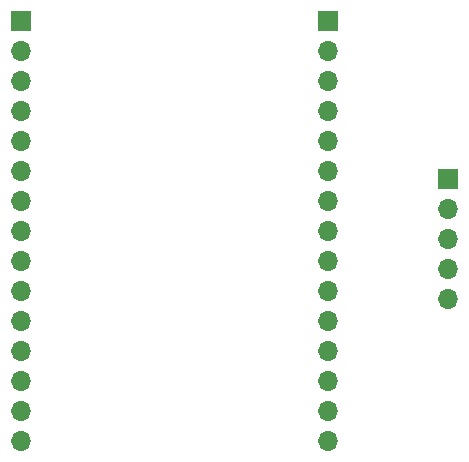
<source format=gbr>
%TF.GenerationSoftware,KiCad,Pcbnew,6.0.9*%
%TF.CreationDate,2022-12-25T21:15:46+09:00*%
%TF.ProjectId,Aideepen_ESP32,41696465-6570-4656-9e5f-45535033322e,rev?*%
%TF.SameCoordinates,Original*%
%TF.FileFunction,Copper,L2,Bot*%
%TF.FilePolarity,Positive*%
%FSLAX46Y46*%
G04 Gerber Fmt 4.6, Leading zero omitted, Abs format (unit mm)*
G04 Created by KiCad (PCBNEW 6.0.9) date 2022-12-25 21:15:46*
%MOMM*%
%LPD*%
G01*
G04 APERTURE LIST*
%TA.AperFunction,ComponentPad*%
%ADD10R,1.700000X1.700000*%
%TD*%
%TA.AperFunction,ComponentPad*%
%ADD11O,1.700000X1.700000*%
%TD*%
G04 APERTURE END LIST*
D10*
%TO.P,J2,1,Pin_1*%
%TO.N,/EN*%
X137160000Y-70450000D03*
D11*
%TO.P,J2,2,Pin_2*%
%TO.N,/GPIO36*%
X137160000Y-72990000D03*
%TO.P,J2,3,Pin_3*%
%TO.N,/GPIO39*%
X137160000Y-75530000D03*
%TO.P,J2,4,Pin_4*%
%TO.N,/GPIO34*%
X137160000Y-78070000D03*
%TO.P,J2,5,Pin_5*%
%TO.N,/GPIO35*%
X137160000Y-80610000D03*
%TO.P,J2,6,Pin_6*%
%TO.N,/GPIO32*%
X137160000Y-83150000D03*
%TO.P,J2,7,Pin_7*%
%TO.N,/GPIO33*%
X137160000Y-85690000D03*
%TO.P,J2,8,Pin_8*%
%TO.N,/GPIO25*%
X137160000Y-88230000D03*
%TO.P,J2,9,Pin_9*%
%TO.N,/GPIO26*%
X137160000Y-90770000D03*
%TO.P,J2,10,Pin_10*%
%TO.N,/GPIO27*%
X137160000Y-93310000D03*
%TO.P,J2,11,Pin_11*%
%TO.N,/GPIO14*%
X137160000Y-95850000D03*
%TO.P,J2,12,Pin_12*%
%TO.N,/GPIO12*%
X137160000Y-98390000D03*
%TO.P,J2,13,Pin_13*%
%TO.N,/GPIO13*%
X137160000Y-100930000D03*
%TO.P,J2,14,Pin_14*%
%TO.N,GND*%
X137160000Y-103470000D03*
%TO.P,J2,15,Pin_15*%
%TO.N,+5V*%
X137160000Y-106010000D03*
%TD*%
D10*
%TO.P,J1,1,Pin_1*%
%TO.N,+3.3V*%
X147320000Y-83820000D03*
D11*
%TO.P,J1,2,Pin_2*%
%TO.N,/GPIO21*%
X147320000Y-86360000D03*
%TO.P,J1,3,Pin_3*%
%TO.N,/GPIO22*%
X147320000Y-88900000D03*
%TO.P,J1,4,Pin_4*%
%TO.N,unconnected-(J1-Pad4)*%
X147320000Y-91440000D03*
%TO.P,J1,5,Pin_5*%
%TO.N,GND*%
X147320000Y-93980000D03*
%TD*%
D10*
%TO.P,J3,1,Pin_1*%
%TO.N,/GPIO23*%
X111160000Y-70450000D03*
D11*
%TO.P,J3,2,Pin_2*%
%TO.N,/GPIO22*%
X111160000Y-72990000D03*
%TO.P,J3,3,Pin_3*%
%TO.N,/GPIO1*%
X111160000Y-75530000D03*
%TO.P,J3,4,Pin_4*%
%TO.N,/GPIO3*%
X111160000Y-78070000D03*
%TO.P,J3,5,Pin_5*%
%TO.N,/GPIO21*%
X111160000Y-80610000D03*
%TO.P,J3,6,Pin_6*%
%TO.N,/GPIO19*%
X111160000Y-83150000D03*
%TO.P,J3,7,Pin_7*%
%TO.N,/GPIO18*%
X111160000Y-85690000D03*
%TO.P,J3,8,Pin_8*%
%TO.N,/GPIO5*%
X111160000Y-88230000D03*
%TO.P,J3,9,Pin_9*%
%TO.N,/GPIO17*%
X111160000Y-90770000D03*
%TO.P,J3,10,Pin_10*%
%TO.N,/GPIO16*%
X111160000Y-93310000D03*
%TO.P,J3,11,Pin_11*%
%TO.N,/GPIO4*%
X111160000Y-95850000D03*
%TO.P,J3,12,Pin_12*%
%TO.N,/GPIO2*%
X111160000Y-98390000D03*
%TO.P,J3,13,Pin_13*%
%TO.N,/GPIO15*%
X111160000Y-100930000D03*
%TO.P,J3,14,Pin_14*%
%TO.N,GND*%
X111160000Y-103470000D03*
%TO.P,J3,15,Pin_15*%
%TO.N,+3.3V*%
X111160000Y-106010000D03*
%TD*%
M02*

</source>
